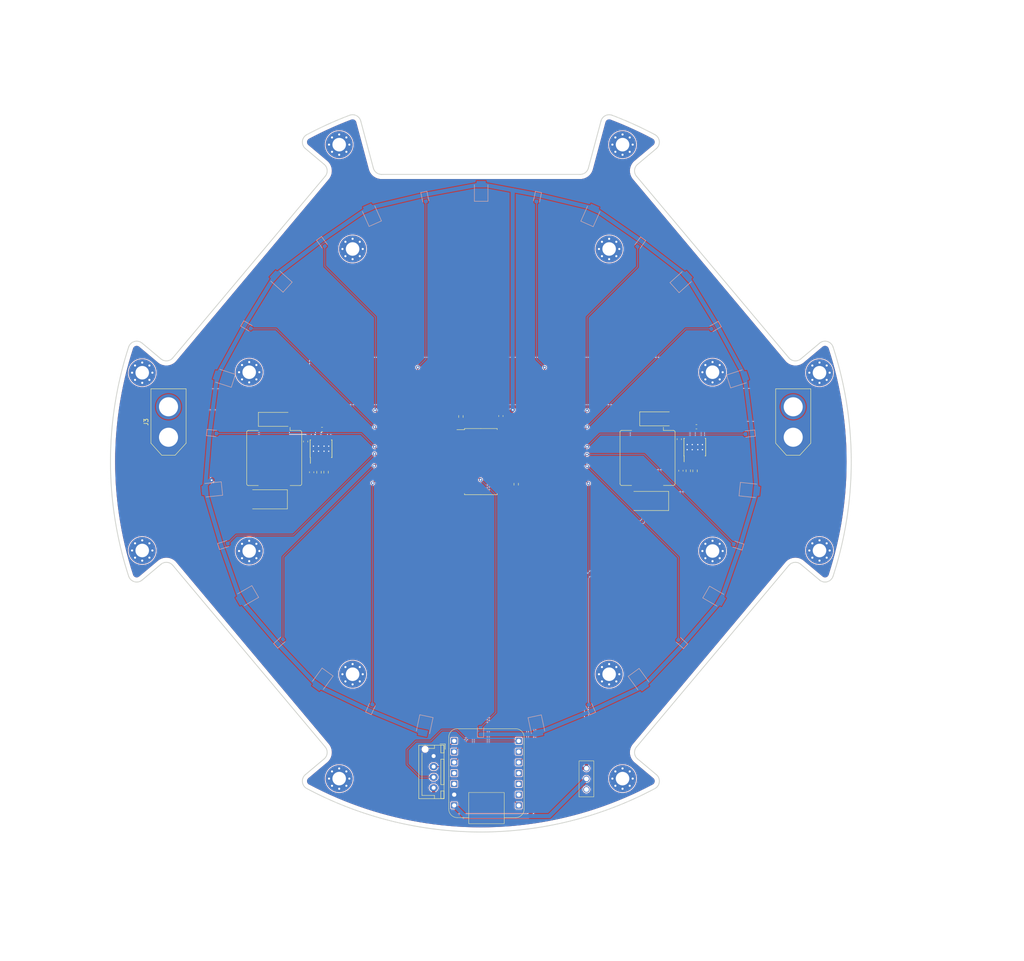
<source format=kicad_pcb>
(kicad_pcb (version 20240108) (generator "pcbnew") (generator_version "8.0")
  (layers (0 "F.Cu" signal) (31 "B.Cu" signal) (34 "B.Paste" user) (35 "F.Paste" user) (36 "B.SilkS" user "B.Silkscreen") (37 "F.SilkS" user "F.Silkscreen") (38 "B.Mask" user) (39 "F.Mask" user) (44 "Edge.Cuts" user))
  (net 0 "")
  (net 1 "+3V3")
  (net 2 "GND")
  (net 3 "Net-(U2-I3)")
  (net 4 "Net-(U2-I0)")
  (net 5 "Net-(U2-I1)")
  (net 6 "Net-(U2-I2)")
  (net 7 "Net-(U2-I4)")
  (net 8 "Net-(U2-I5)")
  (net 9 "Net-(U2-I6)")
  (net 10 "Net-(U2-I7)")
  (net 11 "Net-(U2-I8)")
  (net 12 "Net-(U2-I9)")
  (net 13 "Net-(U2-I10)")
  (net 14 "Net-(U2-I11)")
  (net 15 "Net-(U2-I12)")
  (net 16 "Net-(U2-I13)")
  (net 17 "Net-(U2-I14)")
  (net 18 "/M1")
  (net 19 "Net-(U2-~{E})")
  (net 21 "/ESP32C3 PWR")
  (net 40 "/S3")
  (net 41 "/S2")
  (net 42 "/S1")
  (net 43 "/S0")
  (net 45 "+12V")
  (net 46 "Net-(U4-BOOT)")
  (net 47 "Net-(D17-K)")
  (net 48 "Net-(U3-VSENSE)")
  (net 49 "Net-(U4-VSENSE)")
  (net 53 "+5V")
  (net 54 "Net-(U3-BOOT)")
  (net 55 "Net-(D16-K)")
  (net 60 "unconnected-(U1-D1-Pad1)")
  (net 61 "unconnected-(U1-D2-Pad2)")
  (net 190 "/RXL2")
  (net 191 "/TXL2")
  (footprint "Resistor_SMD:R_0603_1608Metric_Pad0.98x0.95mm_HandSolder" (layer "F.Cu") (at 68.44 107.49 -90)
    (property "Reference" "R19" (hide yes))
    (property "Value" "5k9" (hide yes))
  )
  (footprint "MountingHole:MountingHole_3.2mm_M3_Pad_Via" (layer "F.Cu") (at 71.53 179.89)
    (property "Reference" "H13" (hide yes))
    (property "Value" "MountingHole_Pad" (hide yes))
  )
  (footprint "MountingHole:MountingHole_3.2mm_M3_Pad_Via" (layer "F.Cu") (at 25 126)
    (property "Reference" "H10" (hide yes))
    (property "Value" "MountingHole_Pad" (hide yes))
  )
  (footprint "MountingHole:MountingHole_3.2mm_M3_Pad_Via" (layer "F.Cu") (at 185 84)
    (property "Reference" "H2" (hide yes))
    (property "Value" "MountingHole_Pad" (hide yes))
  )
  (footprint "MountingHole:MountingHole_3.2mm_M3_Pad_Via" (layer "F.Cu") (at 50.271569 126.119868)
    (property "Reference" "H11" (hide yes))
    (property "Value" "MountingHole_Pad" (hide yes))
  )
  (footprint "Capacitor_SMD:C_0603_1608Metric_Pad1.08x0.95mm_HandSolder" (layer "F.Cu") (at 65.03 107.51 90)
    (property "Reference" "C4" (hide yes))
    (property "Value" "0u1" (hide yes))
  )
  (footprint "MountingHole:MountingHole_3.2mm_M3_Pad_Via" (layer "F.Cu") (at 138.47 179.89)
    (property "Reference" "H14" (hide yes))
    (property "Value" "MountingHole_Pad" (hide yes))
  )
  (footprint "MountingHole:MountingHole_3.2mm_M3_Pad_Via" (layer "F.Cu") (at 159.728431 126.119868)
    (property "Reference" "H16" (hide yes))
    (property "Value" "MountingHole_Pad" (hide yes))
  )
  (footprint "Capacitor_Tantalum_SMD:CP_EIA-7343-15_Kemet-W_Pad2.25x2.55mm_HandSolder" (layer "F.Cu") (at 54.71 113.91 180)
    (property "Reference" "C3" (hide yes))
    (property "Value" "220u" (hide yes))
  )
  (footprint "MountingHole:MountingHole_3.2mm_M3_Pad_Via" (layer "F.Cu") (at 159.728431 83.880132)
    (property "Reference" "H3" (hide yes))
    (property "Value" "MountingHole_Pad" (hide yes))
  )
  (footprint "Inductor_SMD:L_Bourns_SRR1208_12.7x12.7mm" (layer "F.Cu") (at 144.372701 104.129248 -90)
    (property "Reference" "L2" (hide yes))
    (property "Value" "15uH" (hide yes))
  )
  (footprint "Connector_AMASS:AMASS_XT60-M_1x02_P7.20mm_Vertical" (layer "F.Cu") (at 31.21 99.25 90)
    (property "Reference" "J3")
    (property "Value" "Conn_01x02")
  )
  (footprint "Connector_JST:JST_XH_B4B-XH-AM_1x04_P2.50mm_Vertical" (layer "F.Cu") (at 93.84 174.56 -90)
    (property "Reference" "J1" (hide yes))
    (property "Value" "Conn_01x04")
  )
  (footprint "MountingHole:MountingHole_3.2mm_M3_Pad_Via" (layer "F.Cu") (at 74.697498 54.770443)
    (property "Reference" "H7" (hide yes))
    (property "Value" "MountingHole_Pad" (hide yes))
  )
  (footprint "Board:xiao-esp32c3" (layer "F.Cu") (at 106.32 178.6 180)
    (property "Reference" "U1" (hide yes))
    (property "Value" "~" (hide yes))
  )
  (footprint "MountingHole:MountingHole_3.2mm_M3_Pad_Via" (layer "F.Cu") (at 185 126)
    (property "Reference" "H1" (hide yes))
    (property "Value" "MountingHole_Pad" (hide yes))
  )
  (footprint "Connector_AMASS:AMASS_XT60-M_1x02_P7.20mm_Vertical" (layer "F.Cu") (at 178.79 99.25 90)
    (property "Reference" "J2" (hide yes))
    (property "Value" "Conn_01x02" (hide yes))
  )
  (footprint "Button_Switch_THT:SS12D00G3-2.5mm" (layer "F.Cu") (at 129.94 179.95 -90)
    (property "Reference" "SW1" (hide yes))
    (property "Value" "SW_SPDT" (hide yes))
  )
  (footprint "Resistor_SMD:R_0603_1608Metric_Pad0.98x0.95mm_HandSolder" (layer "F.Cu") (at 155.602701 107.189248 -90)
    (property "Reference" "R21" (hide yes))
    (property "Value" "3k24" (hide yes))
  )
  (footprint "MountingHole:MountingHole_3.2mm_M3_Pad_Via" (layer "F.Cu") (at 138.47 30.12)
    (property "Reference" "H5" (hide yes))
    (property "Value" "MountingHole_Pad" (hide yes))
  )
  (footprint "Resistor_SMD:R_0603_1608Metric_Pad0.98x0.95mm_HandSolder" (layer "F.Cu") (at 66.76 107.51 90)
    (property "Reference" "R18" (hide yes))
    (property "Value" "10k" (hide yes))
  )
  (footprint "MountingHole:MountingHole_3.2mm_M3_Pad_Via" (layer "F.Cu") (at 135.302502 155.229557)
    (property "Reference" "H15" (hide yes))
    (property "Value" "MountingHole_Pad" (hide yes))
  )
  (footprint "Package_SO:TI_SO-PowerPAD-8_ThermalVias" (layer "F.Cu") (at 67.25 101.95 90)
    (property "Reference" "U3" (hide yes))
    (property "Value" "TPS5430DDA" (hide yes))
  )
  (footprint "Resistor_SMD:R_0603_1608Metric_Pad0.98x0.95mm_HandSolder" (layer "F.Cu") (at 113.35 110.34 -90)
    (property "Reference" "R17" (hide yes))
    (property "Value" "10k" (hide yes))
  )
  (footprint "Capacitor_SMD:C_0603_1608Metric_Pad1.08x0.95mm_HandSolder" (layer "F.Cu") (at 109.728 94.234 90)
    (property "Reference" "C6" (hide yes))
    (property "Value" "0.1u" (hide yes))
  )
  (footprint "Capacitor_SMD:C_0603_1608Metric_Pad1.08x0.95mm_HandSolder" (layer "F.Cu") (at 67.47 97.41)
    (property "Reference" "C1" (hide yes))
    (property "Value" "10u" (hide yes))
  )
  (footprint "MountingHole:MountingHole_3.2mm_M3_Pad_Via" (layer "F.Cu") (at 71.53 30.12)
    (property "Reference" "H6" (hide yes))
    (property "Value" "MountingHole_Pad" (hide yes))
  )
  (footprint "MountingHole:MountingHole_3.2mm_M3_Pad_Via" (layer "F.Cu") (at 74.697498 155.229557)
    (property "Reference" "H12" (hide yes))
    (property "Value" "MountingHole_Pad" (hide yes))
  )
  (footprint "MountingHole:MountingHole_3.2mm_M3_Pad_Via" (layer "F.Cu") (at 25 84)
    (property "Reference" "H9" (hide yes))
    (property "Value" "MountingHole_Pad" (hide yes))
  )
  (footprint "Capacitor_SMD:C_0603_1608Metric_Pad1.08x0.95mm_HandSolder" (layer "F.Cu") (at 63.6 100.25 90)
    (property "Reference" "C2" (hide yes))
    (property "Value" "10n" (hide yes))
  )
  (footprint "MountingHole:MountingHole_3.2mm_M3_Pad_Via" (layer "F.Cu") (at 50.271569 83.880132)
    (property "Reference" "H8" (hide yes))
    (property "Value" "MountingHole_Pad" (hide yes))
  )
  (footprint "Resistor_SMD:R_0603_1608Metric_Pad0.98x0.95mm_HandSolder" (layer "F.Cu") (at 100.28 94.3375 90)
    (property "Reference" "R16" (hide yes))
    (property "Value" "3k24" (hide yes))
  )
  (footprint "MountingHole:MountingHole_3.2mm_M3_Pad_Via" (layer "F.Cu") (at 135.302502 54.770443)
    (property "Reference" "H4" (hide yes))
    (property "Value" "MountingHole_Pad" (hide yes))
  )
  (footprint "Capacitor_SMD:C_0603_1608Metric_Pad1.08x0.95mm_HandSolder" (layer "F.Cu") (at 152.252701 107.149248 90)
    (property "Reference" "C9" (hide yes))
    (property "Value" "0u1" (hide yes))
  )
  (footprint "Capacitor_Tantalum_SMD:CP_EIA-7343-15_Kemet-W_Pad2.25x2.55mm_HandSolder" (layer "F.Cu") (at 144.772701 114.299248 180)
    (property "Reference" "C8" (hide yes))
    (property "Value" "220u" (hide yes))
  )
  (footprint "Package_SO:TI_SO-PowerPAD-8_ThermalVias" (layer "F.Cu") (at 155.542701 101.579248 90)
    (property "Reference" "U4" (hide yes))
    (property "Value" "TPS5430DDA" (hide yes))
  )
  (footprint "Capacitor_SMD:C_0603_1608Metric_Pad1.08x0.95mm_HandSolder" (layer "F.Cu") (at 155.922701 96.769248)
    (property "Reference" "C5" (hide yes))
    (property "Value" "10u" (hide yes))
  )
  (footprint "Inductor_SMD:L_Bourns_SRR1208_12.7x12.7mm" (layer "F.Cu") (at 56.18 104.15 -90)
    (property "Reference" "L1" (hide yes))
    (property "Value" "15uH" (hide yes))
  )
  (footprint "Capacitor_SMD:C_0603_1608Metric_Pad1.08x0.95mm_HandSolder" (layer "F.Cu") (at 151.872701 99.699248 90)
    (property "Reference" "C7" (hide yes))
    (property "Value" "10n" (hide yes))
  )
  (footprint "Diode_SMD:D_SMA_Handsoldering" (layer "F.Cu") (at 147.032701 94.899248)
    (property "Reference" "D17" (hide yes))
    (property "Value" "SS54" (hide yes))
  )
  (footprint "Resistor_SMD:R_0603_1608Metric_Pad0.98x0.95mm_HandSolder" (layer "F.Cu") (at 154.002701 107.169248 90)
    (property "Reference" "R20" (hide yes))
    (property "Value" "10k" (hide yes))
  )
  (footprint "Diode_SMD:D_SMA_Handsoldering" (layer "F.Cu") (at 56.96 95.02)
    (property "Reference" "D16" (hide yes))
    (property "Value" "SS54" (hide yes))
  )
  (footprint "Package_SO:SOIC-24W_7.5x15.4mm_P1.27mm" (layer "F.Cu") (at 105 105)
    (property "Reference" "U2" (hide yes))
    (property "Value" "CD74HC4067M" (hide yes))
  )
  (footprint "LED_SMD:LED_0603_1608Metric" (layer "B.Cu") (at 79.051332 163.109561 66)
    (property "Reference" "R2" (hide yes))
    (property "Value" "R_Photo" (hide yes))
  )
  (footprint "LED_SMD:LED_0603_1608Metric" (layer "B.Cu") (at 67.649978 53.473014 -54)
    (property "Reference" "R7" (hide yes))
    (property "Value" "R_Photo" (hide yes))
  )
  (footprint "LED_SMD:LED_PLCC_2835_Handsoldering" (layer "B.Cu") (at 41.342759 111.615233 -174)
    (property "Reference" "D14" (hide yes))
    (property "Value" "LED" (hide yes))
  )
  (footprint "LED_SMD:LED_0603_1608Metric" (layer "B.Cu") (at 160.148857 73.240622 -150)
    (property "Reference" "R11" (hide yes))
    (property "Value" "R_Photo" (hide yes))
  )
  (footprint "LED_SMD:LED_0603_1608Metric" (layer "B.Cu") (at 41.715944 98.278192 -6)
    (property "Reference" "R5" (hide yes))
    (property "Value" "R_Photo" (hide yes))
  )
  (footprint "LED_SMD:LED_PLCC_2835_Handsoldering" (layer "B.Cu") (at 118.232988 167.61704 -78)
    (property "Reference" "D3" (hide yes))
    (property "Value" "LED" (hide yes))
  )
  (footprint "LED_SMD:LED_0603_1608Metric" (layer "B.Cu") (at 49.921143 73.119378 -30)
    (property "Reference" "R6" (hide yes))
    (property "Value" "R_Photo" (hide yes))
  )
  (footprint "LED_SMD:LED_PLCC_2835_Handsoldering" (layer "B.Cu") (at 79.03737 46.502586 114)
    (property "Reference" "D11" (hide yes))
    (property "Value" "LED" (hide yes))
  )
  (footprint "LED_SMD:LED_PLCC_2835_Handsoldering" (layer "B.Cu") (at 142.55758 156.821171 -54)
    (property "Reference" "D4" (hide yes))
    (property "Value" "LED" (hide yes))
  )
  (footprint "LED_SMD:LED_PLCC_2835_Handsoldering" (layer "B.Cu") (at 152.611453 62.231377 42)
    (property "Reference" "D8" (hide yes))
    (property "Value" "LED" (hide yes))
  )
  (footprint "LED_SMD:LED_0603_1608Metric" (layer "B.Cu") (at 152.246898 147.635492 138)
    (property "Reference" "R14" (hide yes))
    (property "Value" "R_Photo" (hide yes))
  )
  (footprint "LED_SMD:LED_0603_1608Metric" (layer "B.Cu") (at 57.659424 147.531452 42)
    (property "Reference" "R3" (hide yes))
    (property "Value" "R_Photo" (hide yes))
  )
  (footprint "LED_SMD:LED_PLCC_2835_Handsoldering" (layer "B.Cu") (at 44.155559 85.151584 162)
    (property "Reference" "D13" (hide yes))
    (property "Value" "LED" (hide yes))
  )
  (footprint "LED_SMD:LED_PLCC_2835_Handsoldering" (layer "B.Cu") (at 131.099661 46.563596 66)
    (property "Reference" "D9" (hide yes))
    (property "Value" "LED" (hide yes))
  )
  (footprint "LED_SMD:LED_PLCC_2835_Handsoldering" (layer "B.Cu") (at 105.075 41 90)
    (property "Reference" "D10" (hide yes))
    (property "Value" "LED" (hide yes))
  )
  (footprint "LED_SMD:LED_PLCC_2835_Handsoldering" (layer "B.Cu") (at 168.641562 111.76441 -6)
    (property "Reference" "D6" (hide yes))
    (property "Value" "LED" (hide yes))
  )
  (footprint "LED_SMD:LED_0603_1608Metric" (layer "B.Cu") (at 44.453132 124.599268 18)
    (property "Reference" "R4" (hide yes))
    (property "Value" "R_Photo" (hide yes))
  )
  (footprint "LED_SMD:LED_PLCC_2835_Handsoldering" (layer "B.Cu") (at 49.536874 136.935048 -150)
    (property "Reference" "D15" (hide yes))
    (property "Value" "LED" (hide yes))
  )
  (footprint "LED_SMD:LED_PLCC_2835_Handsoldering" (layer "B.Cu") (at 91.620291 167.585853 -102)
    (property "Reference" "D2" (hide yes))
    (property "Value" "LED" (hide yes))
  )
  (footprint "LED_SMD:LED_0603_1608Metric" (layer "B.Cu") (at 165.503606 124.732415 162)
    (property "Reference" "R13" (hide yes))
    (property "Value" "R_Photo" (hide yes))
  )
  (footprint "LED_SMD:LED_0603_1608Metric" (layer "B.Cu") (at 91.83697 42.736133 -78)
    (property "Reference" "R8" (hide yes))
    (property "Value" "R_Photo" (hide yes))
  )
  (footprint "LED_SMD:LED_0603_1608Metric" (layer "B.Cu") (at 142.463285 53.555303 -126)
    (property "Reference" "R10" (hide yes))
    (property "Value" "R_Photo" (hide yes))
  )
  (footprint "LED_SMD:LED_0603_1608Metric" (layer "B.Cu") (at 118.29997 42.765241 -102)
    (property "Reference" "R9" (hide yes))
    (property "Value" "R_Photo" (hide yes))
  )
  (footprint "LED_SMD:LED_0603_1608Metric" (layer "B.Cu") (at 104.93 168.64 90)
    (property "Reference" "R1" (hide yes))
    (property "Value" "R_Photo" (hide yes))
  )
  (footprint "LED_SMD:LED_PLCC_2835_Handsoldering" (layer "B.Cu") (at 67.321068 156.733004 -126)
    (property "Reference" "D1" (hide yes))
    (property "Value" "LED" (hide yes))
  )
  (footprint "LED_SMD:LED_PLCC_2835_Handsoldering" (layer "B.Cu") (at 160.388126 137.064951 -30)
    (property "Reference" "D5" (hide yes))
    (property "Value" "LED" (hide yes))
  )
  (footprint "LED_SMD:LED_PLCC_2835_Handsoldering" (layer "B.Cu") (at 165.890793 85.294241 18)
    (property "Reference" "D7" (hide yes))
    (property "Value" "LED" (hide yes))
  )
  (footprint "LED_SMD:LED_PLCC_2835_Handsoldering" (layer "B.Cu") (at 57.488916 62.119906 138)
    (property "Reference" "D12" (hide yes))
    (property "Value" "LED" (hide yes))
  )
  (footprint "LED_SMD:LED_0603_1608Metric" (layer "B.Cu") (at 168.29869 98.417425 -174)
    (property "Reference" "R12" (hide yes))
    (property "Value" "R_Photo" (hide yes))
  )
  (footprint "LED_SMD:LED_0603_1608Metric" (layer "B.Cu") (at 130.820772 163.166504 114)
    (property "Reference" "R15" (hide yes))
    (property "Value" "R_Photo" (hide yes))
  )
  (gr_arc (start 81.534654 37.147451) (mid 80.317165 36.734136) (end 79.602802 35.665089) (stroke (width 0.2)) (layer "Edge.Cuts"))
  (gr_line (start 177.770231 80.48993) (end 141.774125 37.591442) (stroke (width 0.2)) (layer "Edge.Cuts"))
  (gr_arc (start 142.020638 175.226223) (mid 141.31382 173.868444) (end 141.774125 172.408558) (stroke (width 0.2)) (layer "Edge.Cuts"))
  (gr_arc (start 177.770231 129.51007) (mid 179.128003 128.803254) (end 180.587895 129.263556) (stroke (width 0.2)) (layer "Edge.Cuts"))
  (gr_line (start 79.602802 35.665089) (end 76.620669 24.535616) (stroke (width 0.2)) (layer "Edge.Cuts"))
  (gr_arc (start 133.379331 24.535616) (mid 134.399538 23.273135) (end 136.020216 23.183155) (stroke (width 0.2)) (layer "Edge.Cuts"))
  (gr_line (start 133.379331 24.535616) (end 130.397198 35.665089) (stroke (width 0.2)) (layer "Edge.Cuts"))
  (gr_line (start 24.979868 132.982645) (end 29.412105 129.263556) (stroke (width 0.2)) (layer "Edge.Cuts"))
  (gr_arc (start 146.106887 182.242954) (mid 105 192.5) (end 63.893113 182.242954) (stroke (width 0.2)) (layer "Edge.Cuts"))
  (gr_arc (start 63.893113 27.757046) (mid 68.864009 25.310351) (end 73.979784 23.183155) (stroke (width 0.2)) (layer "Edge.Cuts"))
  (gr_arc (start 29.412105 129.263556) (mid 30.871999 128.803231) (end 32.229769 129.51007) (stroke (width 0.2)) (layer "Edge.Cuts"))
  (gr_line (start 146.452876 178.945311) (end 142.020638 175.226223) (stroke (width 0.2)) (layer "Edge.Cuts"))
  (gr_line (start 29.412105 80.736444) (end 24.979868 77.017355) (stroke (width 0.2)) (layer "Edge.Cuts"))
  (gr_line (start 185.020132 77.017355) (end 180.587895 80.736444) (stroke (width 0.2)) (layer "Edge.Cuts"))
  (gr_arc (start 73.979784 23.183155) (mid 75.600465 23.273128) (end 76.620669 24.535616) (stroke (width 0.2)) (layer "Edge.Cuts"))
  (gr_arc (start 32.229769 80.48993) (mid 30.871997 81.196746) (end 29.412105 80.736444) (stroke (width 0.2)) (layer "Edge.Cuts"))
  (gr_arc (start 141.774125 37.591442) (mid 141.313845 36.131567) (end 142.020638 34.773777) (stroke (width 0.2)) (layer "Edge.Cuts"))
  (gr_line (start 142.020638 34.773777) (end 146.452876 31.054689) (stroke (width 0.2)) (layer "Edge.Cuts"))
  (gr_line (start 141.774125 172.408558) (end 177.770231 129.51007) (stroke (width 0.2)) (layer "Edge.Cuts"))
  (gr_arc (start 146.106887 27.757046) (mid 147.156383 29.313905) (end 146.452876 31.054689) (stroke (width 0.2)) (layer "Edge.Cuts"))
  (gr_arc (start 185.020132 77.017355) (mid 186.856634 76.626817) (end 188.207595 77.930718) (stroke (width 0.2)) (layer "Edge.Cuts"))
  (gr_line (start 128.465346 37.147451) (end 81.534654 37.147451) (stroke (width 0.2)) (layer "Edge.Cuts"))
  (gr_arc (start 67.979362 34.773777) (mid 68.686205 36.131563) (end 68.225875 37.591442) (stroke (width 0.2)) (layer "Edge.Cuts"))
  (gr_arc (start 24.979868 132.982645) (mid 23.143375 133.373184) (end 21.792405 132.069282) (stroke (width 0.2)) (layer "Edge.Cuts"))
  (gr_line (start 68.225875 37.591442) (end 32.229769 80.48993) (stroke (width 0.2)) (layer "Edge.Cuts"))
  (gr_line (start 32.229769 129.51007) (end 68.225875 172.408558) (stroke (width 0.2)) (layer "Edge.Cuts"))
  (gr_arc (start 21.792405 77.930718) (mid 23.143367 76.626786) (end 24.979868 77.017355) (stroke (width 0.2)) (layer "Edge.Cuts"))
  (gr_arc (start 180.587895 80.736444) (mid 179.128001 81.196769) (end 177.770231 80.48993) (stroke (width 0.2)) (layer "Edge.Cuts"))
  (gr_line (start 180.587895 129.263556) (end 185.020132 132.982645) (stroke (width 0.2)) (layer "Edge.Cuts"))
  (gr_arc (start 188.207595 132.069282) (mid 186.856633 133.373214) (end 185.020132 132.982645) (stroke (width 0.2)) (layer "Edge.Cuts"))
  (gr_line (start 67.979362 175.226223) (end 63.547124 178.945311) (stroke (width 0.2)) (layer "Edge.Cuts"))
  (gr_line (start 63.547124 31.054689) (end 67.979362 34.773777) (stroke (width 0.2)) (layer "Edge.Cuts"))
  (gr_arc (start 146.452876 178.945311) (mid 147.156382 180.686095) (end 146.106887 182.242954) (stroke (width 0.2)) (layer "Edge.Cuts"))
  (gr_arc (start 68.225875 172.408558) (mid 68.686155 173.868433) (end 67.979362 175.226223) (stroke (width 0.2)) (layer "Edge.Cuts"))
  (gr_arc (start 21.792405 132.069282) (mid 17.500001 105) (end 21.792405 77.930718) (stroke (width 0.2)) (layer "Edge.Cuts"))
  (gr_arc (start 136.020216 23.183155) (mid 141.135991 25.310352) (end 146.106887 27.757046) (stroke (width 0.2)) (layer "Edge.Cuts"))
  (gr_arc (start 188.207595 77.930718) (mid 192.499999 105) (end 188.207595 132.069282) (stroke (width 0.2)) (layer "Edge.Cuts"))
  (gr_arc (start 63.547124 31.054689) (mid 62.843618 29.313905) (end 63.893113 27.757046) (stroke (width 0.2)) (layer "Edge.Cuts"))
  (gr_arc (start 63.893113 182.242954) (mid 62.843617 180.686095) (end 63.547124 178.945311) (stroke (width 0.2)) (layer "Edge.Cuts"))
  (gr_arc (start 130.397198 35.665089) (mid 129.682884 36.7342) (end 128.465346 37.147451) (stroke (width 0.2)) (layer "Edge.Cuts"))
  (segment (start 41.64 109.15) (end 41.395 109.395) (width 1) (layer "F.Cu") (net 1))
  (segment (start 57.91 113.91) (end 57.91 110.88) (width 1) (layer "F.Cu") (net 1))
  (segment (start 64.2525 109.15) (end 65.03 108.3725) (width 1) (layer "F.Cu") (net 1))
  (segment (start 41.395 109.395) (end 41.35 109.44) (width 1) (layer "F.Cu") (net 1))
  (segment (start 65.03 108.3725) (end 66.71 108.3725) (width 1) (layer "F.Cu") (net 1))
  (segment (start 109.728 95.0965) (end 110.203 95.0965) (width 1) (layer "F.Cu") (net 1))
  (segment (start 110.203 95.0965) (end 112.52 92.7795) (width 1) (layer "F.Cu") (net 1))
  (segment (start 56.18 109.15) (end 64.2525 109.15) (width 1) (layer "F.Cu") (net 1))
  (segment (start 56.18 109.15) (end 41.64 109.15) (width 1) (layer "F.Cu") (net 1))
  (segment (start 109.728 95.0965) (end 109.728 97.937) (width 1) (layer "F.Cu") (net 1))
  (segment (start 109.728 97.937) (end 109.65 98.015) (width 1) (layer "F.Cu") (net 1))
  (via (at 112.52 92.7795) (size 0.8) (drill 0.4) (layers "F.Cu" "B.Cu") (net 1))
  (via (at 41.395 109.395) (size 0.8) (drill 0.4) (layers "F.Cu" "B.Cu") (net 1))
  (segment (start 118.4637 41.99495) (end 131.719934 45.170439) (width 1) (layer "B.Cu") (net 1))
  (segment (start 46.110286 78.450286) (end 42.705198 84.680333) (width 1) (layer "B.Cu") (net 1))
  (segment (start 108.5 40.119635) (end 105.075 39.475) (width 1) (layer "B.Cu") (net 1))
  (segment (start 153.744749 61.210953) (end 142.926166 52.918202) (width 1) (layer "B.Cu") (net 1))
  (segment (start 39.826113 110.668579) (end 39.826113 111.774639) (width 1) (layer "B.Cu") (net 1))
  (segment (start 43.704175 124.842619) (end 48.216185 137.697548) (width 1) (layer "B.Cu") (net 1))
  (segment (start 67.187097 52.835913) (end 56.35562 61.099482) (width 1) (layer "B.Cu") (net 1))
  (segment (start 39.540752 112.06) (end 39.826113 111.774639) (width 1) (layer "B.Cu") (net 1))
  (segment (start 118.231268 169.4275) (end 118.550053 169.108715) (width 1) (layer "B.Cu") (net 1))
  (segment (start 78.417097 45.109429) (end 67.187097 52.835913) (width 1) (layer "B.Cu") (net 1))
  (segment (start 42.705198 84.680333) (end 40.932758 98.195876) (width 1) (layer "B.Cu") (net 1))
  (segment (start 39.826113 111.774639) (end 43.704175 124.842619) (width 1) (layer "B.Cu") (net 1))
  (segment (start 131.141077 163.885921) (end 143.453953 158.054922) (width 1) (layer "B.Cu") (net 1))
  (segment (start 160.830852 72.846872) (end 153.744749 61.210953) (width 1) (layer "B.Cu") (net 1))
  (segment (start 170.158208 111.923816) (end 169.081876 98.335109) (width 1) (layer "B.Cu") (net 1))
  (segment (start 161.708815 137.827451) (end 166.252563 124.975766) (width 1) (layer "B.Cu") (net 1))
  (segment (start 112.52 92.7795) (end 112.52 40.892494) (width 1) (layer "B.Cu") (net 1))
  (segment (start 142.926166 52.918202) (end 131.719934 45.170439) (width 1) (layer "B.Cu") (net 1))
  (segment (start 41.395 109.395) (end 41.099692 109.395) (width 1) (layer "B.Cu") (net 1))
  (segment (start 112.5 40.872494) (end 108.5 40.119635) (width 1) (layer "B.Cu") (net 1))
  (segment (start 112.52 40.892494) (end 112.5 40.872494) (width 1) (layer "B.Cu") (net 1))
  (segment (start 48.216185 137.697548) (end 57.074197 148.058392) (width 1) (layer "B.Cu") (net 1))
  (segment (start 118.4637 41.99495) (end 112.5 40.872494) (width 1) (layer "B.Cu") (net 1))
  (segment (start 169.081876 98.335109) (end 167.341154 84.82299) (width 1) (layer "B.Cu") (net 1))
  (segment (start 118.550053 169.108715) (end 131.141077 163.885921) (width 1) (layer "B.Cu") (net 1))
  (segment (start 152.832125 148.162432) (end 161.708815 137.827451) (width 1) (layer "B.Cu") (net 1))
  (segment (start 78.731027 163.828978) (end 91.303226 169.077528) (width 1) (layer "B.Cu") (net 1))
  (segment (start 57.074197 148.058392) (end 66.424695 157.966755) (width 1) (layer "B.Cu") (net 1))
  (segment (start 91.67324 41.965842) (end 78.417097 45.109429) (width 1) (layer "B.Cu") (net 1))
  (segment (start 40.932758 98.195876) (end 39.826113 111.774639) (width 1) (layer "B.Cu") (net 1))
  (segment (start 66.424695 157.966755) (end 78.731027 163.828978) (width 1) (layer "B.Cu") (net 1))
  (segment (start 167.341154 84.82299) (end 160.830852 72.846872) (width 1) (layer "B.Cu") (net 1))
  (segment (start 41.099692 109.395) (end 39.826113 110.668579) (width 1) (layer "B.Cu") (net 1))
  (segment (start 56.35562 61.099482) (end 49.239148 72.725628) (width 1) (layer "B.Cu") (net 1))
  (segment (start 166.252563 124.975766) (end 170.158208 111.923816) (width 1) (layer "B.Cu") (net 1))
  (segment (start 143.453953 158.054922) (end 152.832125 148.162432) (width 1) (layer "B.Cu") (net 1))
  (segment (start 105.075 39.475) (end 91.67324 41.965842) (width 1) (layer "B.Cu") (net 1))
  (segment (start 49.239148 72.725628) (end 46.110286 78.450286) (width 1) (layer "B.Cu") (net 1))
  (segment (start 40.932758 97.718259) (end 40.932758 98.195876) (width 1) (layer "B.Cu") (net 1))
  (segment (start 104.93 169.4275) (end 118.231268 169.4275) (width 1) (layer "B.Cu") (net 1))
  (segment (start 80.931738 104.231853) (end 100.306738 104.231853) (width 0.25) (layer "F.Cu") (net 3))
  (segment (start 79.876738 103.176853) (end 80.931738 104.231853) (width 0.25) (layer "F.Cu") (net 3))
  (via (at 79.876738 103.176853) (size 0.8) (drill 0.4) (layers "F.Cu" "B.Cu") (net 3))
  (segment (start 79.876738 103.176853) (end 79.866738 103.146853) (width 0.25) (layer "B.Cu") (net 3))
  (segment (start 60.703591 122.35) (end 79.876738 103.176853) (width 0.25) (layer "B.Cu") (net 3))
  (segment (start 45.202089 124.355917) (end 47.208006 122.35) (width 0.25) (layer "B.Cu") (net 3))
  (segment (start 47.208006 122.35) (end 60.703591 122.35) (width 0.25) (layer "B.Cu") (net 3))
  (segment (start 103.815 108.175) (end 100.35 108.175) (width 0.25) (layer "F.Cu") (net 4))
  (segment (start 104.93 109.29) (end 103.815 108.175) (width 0.25) (layer "F.Cu") (net 4))
  (via (at 104.93 109.29) (size 0.8) (drill 0.4) (layers "F.Cu" "B.Cu") (net 4))
  (segment (start 104.93 167.8525) (end 108.525 164.2575) (width 0.25) (layer "B.Cu") (net 4))
  (segment (start 108.525 112.885) (end 104.93 109.29) (width 0.25) (layer "B.Cu") (net 4))
  (segment (start 108.525 164.2575) (end 108.525 112.885) (width 0.25) (layer "B.Cu") (net 4))
  (segment (start 79.452104 110.083057) (end 82.687104 106.848057) (width 0.25) (layer "F.Cu") (net 5))
  (segment (start 82.687104 106.848057) (end 100.222104 106.848057) (width 0.25) (layer "F.Cu") (net 5))
  (via (at 79.452104 110.083057) (size 0.8) (drill 0.4) (layers "F.Cu" "B.Cu") (net 5))
  (segment (start 79.422104 110.083057) (end 79.452104 110.083057) (width 0.25) (layer "B.Cu") (net 5))
  (segment (start 79.371637 162.390144) (end 79.371637 110.133524) (width 0.25) (layer "B.Cu") (net 5))
  (segment (start 79.452104 110.083057) (end 79.452104 110.053057) (width 0.25) (layer "B.Cu") (net 5))
  (segment (start 79.371637 110.133524) (end 79.422104 110.083057) (width 0.25) (layer "B.Cu") (net 5))
  (segment (start 79.452104 110.053057) (end 79.472104 110.033057) (width 0.25) (layer "B.Cu") (net 5))
  (segment (start 79.806322 105.98596) (end 80.261322 105.53096) (width 0.25) (layer "F.Cu") (net 6))
  (segment (start 80.261322 105.53096) (end 100.256322 105.53096) (width 0.25) (layer "F.Cu") (net 6))
  (via (at 79.806322 105.98596) (size 0.8) (drill 0.4) (layers "F.Cu" "B.Cu") (net 6))
  (segment (start 58.244651 147.004512) (end 58.244651 127.507631) (width 0.25) (layer "B.Cu") (net 6))
  (segment (start 58.244651 127.507631) (end 79.766322 105.98596) (width 0.25) (layer "B.Cu") (net 6))
  (segment (start 79.766322 105.98596) (end 79.806322 105.98596) (width 0.25) (layer "B.Cu") (net 6))
  (segment (start 79.806322 105.94596) (end 79.816322 105.93596) (width 0.25) (layer "B.Cu") (net 6))
  (segment (start 79.806322 105.98596) (end 79.806322 105.94596) (width 0.25) (layer "B.Cu") (net 6))
  (segment (start 79.9 101.49) (end 81.505 103.095) (width 0.25) (layer "F.Cu") (net 7))
  (segment (start 81.505 103.095) (end 100.35 103.095) (width 0.25) (layer "F.Cu") (net 7))
  (via (at 79.9 101.49) (size 0.8) (drill 0.4) (layers "F.Cu" "B.Cu") (net 7))
  (segment (start 79.9 101.54) (end 79.8 101.44) (width 0.25) (layer "B.Cu") (net 7))
  (segment (start 79.9 101.49) (end 79.9 101.54) (width 0.25) (layer "B.Cu") (net 7))
  (segment (start 79.85 101.49) (end 76.720508 98.360508) (width 0.25) (layer "B.Cu") (net 7))
  (segment (start 79.9 101.49) (end 79.85 101.49) (width 0.25) (layer "B.Cu") (net 7))
  (segment (start 76.720508 98.360508) (end 42.49913 98.360508) (width 0.25) (layer "B.Cu") (net 7))
  (segment (start 84.865 101.825) (end 100.35 101.825) (width 0.25) (layer "F.Cu") (net 8))
  (segment (start 79.87 96.83) (end 84.865 101.825) (width 0.25) (layer "F.Cu") (net 8))
  (via (at 79.87 96.83) (size 0.8) (drill 0.4) (layers "F.Cu" "B.Cu") (net 8))
  (segment (start 79.87 96.83) (end 79.87 96.88) (width 0.25) (layer "B.Cu") (net 8))
  (segment (start 79.82 96.83) (end 56.624372 73.634372) (width 0.25) (layer "B.Cu") (net 8))
  (segment (start 50.533138 73.634372) (end 56.624372 73.634372) (width 0.25) (layer "B.Cu") (net 8))
  (segment (start 79.87 96.88) (end 79.87 96.88) (width 0.25) (layer "B.Cu") (net 8))
  (segment (start 79.87 96.83) (end 79.82 96.83) (width 0.25) (layer "B.Cu") (net 8))
  (segment (start 87.598263 100.472711) (end 100.463263 100.472711) (width 0.25) (layer "F.Cu") (net 9))
  (segment (start 79.993263 92.867711) (end 87.598263 100.472711) (width 0.25) (layer "F.Cu") (net 9))
  (via (at 79.993263 92.867711) (size 0.8) (drill 0.4) (layers "F.Cu" "B.Cu") (net 9))
  (segment (start 80.095202 70.835202) (end 80.095202 92.898806) (width 0.25) (layer "B.Cu") (net 9))
  (segment (start 68.112859 54.110115) (end 68.112859 58.903703) (width 0.25) (layer "B.Cu") (net 9))
  (segment (start 80.003263 92.857711) (end 79.993263 92.867711) (width 0.25) (layer "B.Cu") (net 9))
  (segment (start 79.993263 92.867711) (end 80.003263 92.877711) (width 0.25) (layer "B.Cu") (net 9))
  (segment (start 68.204798 58.944798) (end 80.095202 70.835202) (width 0.25) (layer "B.Cu") (net 9))
  (segment (start 80.003263 92.877711) (end 80.003263 92.917711) (width 0.25) (layer "B.Cu") (net 9))
  (segment (start 90.08 90.04) (end 99.325 99.285) (width 0.25) (layer "F.Cu") (net 10))
  (segment (start 99.325 99.285) (end 100.35 99.285) (width 0.25) (layer "F.Cu") (net 10))
  (segment (start 90.08 82.74) (end 90.08 90.04) (width 0.25) (layer "F.Cu") (net 10))
  (via (at 90.08 82.74) (size 0.8) (drill 0.4) (layers "F.Cu" "B.Cu") (net 10))
  (segment (start 92.0007 80.7793) (end 90.08 82.7) (width 0.25) (layer "B.Cu") (net 10))
  (segment (start 90.08 82.74) (end 90.04 82.74) (width 0.25) (layer "B.Cu") (net 10))
  (segment (start 90.04 82.74) (end 90.03 82.75) (width 0.25) (layer "B.Cu") (net 10))
  (segment (start 90.08 82.7) (end 90.08 82.74) (width 0.25) (layer "B.Cu") (net 10))
  (segment (start 92.0007 43.506424) (end 92.0007 80.7793) (width 0.25) (layer "B.Cu") (net 10))
  (segment (start 110.782832 99.285) (end 109.65 99.285) (width 0.25) (layer "F.Cu") (net 11))
  (segment (start 120.05694 90.069108) (end 110.81194 99.314108) (width 0.25) (layer "F.Cu") (net 11))
  (segment (start 110.81194 99.314108) (end 110.782832 99.285) (width 0.25) (layer "F.Cu") (net 11))
  (segment (start 120.05694 82.769108) (end 120.05694 90.069108) (width 0.25) (layer "F.Cu") (net 11))
  (via (at 120.05694 82.769108) (size 0.8) (drill 0.4) (layers "F.Cu" "B.Cu") (net 11))
  (segment (start 120.09694 82.769108) (end 120.10694 82.779108) (width 0.25) (layer "B.Cu") (net 11))
  (segment (start 118.13624 43.535532) (end 118.13624 80.808408) (width 0.25) (layer "B.Cu") (net 11))
  (segment (start 120.05694 82.769108) (end 120.09694 82.769108) (width 0.25) (layer "B.Cu") (net 11))
  (segment (start 118.13624 80.808408) (end 120.05694 82.729108) (width 0.25) (layer "B.Cu") (net 11))
  (segment (start 120.05694 82.729108) (end 120.05694 82.769108) (width 0.25) (layer "B.Cu") (net 11))
  (segment (start 122.515 100.555) (end 109.65 100.555) (width 0.25) (layer "F.Cu") (net 12))
  (segment (start 130.12 92.95) (end 122.515 100.555) (width 0.25) (layer "F.Cu") (net 12))
  (via (at 130.12 92.95) (size 0.8) (drill 0.4) (layers "F.Cu" "B.Cu") (net 12))
  (segment (start 130.11 92.94) (end 130.12 92.95) (width 0.25) (layer "B.Cu") (net 12))
  (segment (start 130.12 92.95) (end 130.11 92.96) (width 0.25) (layer "B.Cu") (net 12))
  (segment (start 130.11 70.876396) (end 130.11 92.94) (width 0.25) (layer "B.Cu") (net 12))
  (segment (start 130.11 92.96) (end 130.11 93) (width 0.25) (layer "B.Cu") (net 12))
  (segment (start 142.000404 58.985992) (end 130.11 70.876396) (width 0.25) (layer "B.Cu") (net 12))
  (segment (start 142.000404 54.192404) (end 142.000404 58.985992) (width 0.25) (layer "B.Cu") (net 12))
  (segment (start 130.13 96.83) (end 125.135 101.825) (width 0.25) (layer "F.Cu") (net 13))
  (segment (start 125.135 101.825) (end 109.65 101.825) (width 0.25) (layer "F.Cu") (net 13))
  (via (at 130.13 96.83) (size 0.8) (drill 0.4) (layers "F.Cu" "B.Cu") (net 13))
  (segment (start 159.466862 73.634372) (end 153.375628 73.634372) (width 0.25) (layer "B.Cu") (net 13))
  (segment (start 153.375628 73.634372) (end 130.18 96.83) (width 0.25) (layer "B.Cu") (net 13))
  (segment (start 130.18 96.83) (end 130.13 96.83) (width 0.25) (layer "B.Cu") (net 13))
  (segment (start 130.13 96.83) (end 130.13 96.88) (width 0.25) (layer "B.Cu") (net 13))
  (segment (start 130.13 96.88) (end 130.13 96.88) (width 0.25) (layer "B.Cu") (net 13))
  (segment (start 130.1 101.49) (end 128.495 103.095) (width 0.25) (layer "F.Cu") (net 14))
  (segment (start 128.495 103.095) (end 109.65 103.095) (width 0.25) (layer "F.Cu") (net 14))
  (via (at 130.1 101.49) (size 0.8) (drill 0.4) (layers "F.Cu" "B.Cu") (net 14))
  (segment (start 130.1 101.54) (end 130.2 101.44) (width 0.25) (layer "B.Cu") (net 14))
  (segment (start 130.15 101.49) (end 130.1 101.49) (width 0.25) (layer "B.Cu") (net 14))
  (segment (start 167.515504 98.499741) (end 133.140259 98.499741) (width 0.25) (layer "B.Cu") (net 14))
  (segment (start 133.140259 98.499741) (end 130.15 101.49) (width 0.25) (layer "B.Cu") (net 14))
  (segment (start 130.1 101.49) (end 130.1 101.54) (width 0.25) (layer "B.Cu") (net 14))
  (segment (start 130.08 103.31) (end 129.025 104.365) (width 0.25) (layer "F.Cu") (net 15))
  (segment (start 129.025 104.365) (end 109.65 104.365) (width 0.25) (layer "F.Cu") (net 15))
  (via (at 130.08 103.31) (size 0.8) (drill 0.4) (layers "F.Cu" "B.Cu") (net 15))
  (segment (start 130.08 103.31) (end 130.09 103.28) (width 0.25) (layer "B.Cu") (net 15))
  (segment (start 164.754649 124.489064) (end 143.545585 103.28) (width 0.25) (layer "B.Cu") (net 15))
  (segment (start 143.545585 103.28) (end 130.08 103.31) (width 0.25) (layer "B.Cu") (net 15))
  (segment (start 129.645 105.635) (end 109.65 105.635) (width 0.25) (layer "F.Cu") (net 16))
  (segment (start 130.1 106.09) (end 129.645 105.635) (width 0.25) (layer "F.Cu") (net 16))
  (via (at 130.1 106.09) (size 0.8) (drill 0.4) (layers "F.Cu" "B.Cu") (net 16))
  (segment (start 130.14 106.09) (end 130.1 106.09) (width 0.25) (layer "B.Cu") (net 16))
  (segment (start 130.1 106.05) (end 130.09 106.04) (width 0.25) (layer "B.Cu") (net 16))
  (segment (start 151.661671 127.611671) (end 130.14 106.09) (width 0.25) (layer "B.Cu") (net 16))
  (segment (start 151.661671 147.108552) (end 151.661671 127.611671) (width 0.25) (layer "B.Cu") (net 16))
  (segment (start 130.1 106.09) (end 130.1 106.05) (width 0.25) (layer "B.Cu") (net 16))
  (segment (start 127.185 106.905) (end 109.65 106.905) (width 0.25) (layer "F.Cu") (net 17))
  (segment (start 130.42 110.14) (end 127.185 106.905) (width 0.25) (layer "F.Cu") (net 17))
  (via (at 130.42 110.14) (size 0.8) (drill 0.4) (layers "F.Cu" "B.Cu") (net 17))
  (segment (start 130.500467 162.447087) (end 130.500467 110.190467) (width 0.25) (layer "B.Cu") (net 17))
  (segment (start 130.45 110.14) (end 130.42 110.14) (width 0.25) (layer "B.Cu") (net 17))
  (segment (start 130.42 110.14) (end 130.42 110.11) (width 0.25) (layer "B.Cu") (net 17))
  (segment (start 130.42 110.11) (end 130.4 110.09) (width 0.25) (layer "B.Cu") (net 17))
  (segment (start 130.500467 110.190467) (end 130.45 110.14) (width 0.25) (layer "B.Cu") (net 17))
  (segment (start 100.28 97.945) (end 100.35 98.015) (width 1) (layer "F.Cu") (net 18))
  (segment (start 101.375 98.015) (end 106.73 103.37) (width 0.25) (layer "F.Cu") (net 18))
  (segment (start 100.35 98.015) (end 101.375 98.015) (width 0.25) (layer "F.Cu") (net 18))
  (segment (start 106.73 103.37) (end 106.73 179.01) (width 0.25) (layer "F.Cu") (net 18))
  (segment (start 100.28 95.25) (end 100.28 97.945) (width 0.25) (layer "F.Cu") (net 18))
  (segment (start 106.73 179.01) (end 113.94 186.22) (width 0.25) (layer "F.Cu") (net 18))
  (segment (start 113.64 186.22) (end 113.94 186.22) (width 0.25) (layer "F.Cu") (net 18))
  (segment (start 113.35 109.4275) (end 109.6675 109.4275) (width 0.25) (layer "F.Cu") (net 19))
  (segment (start 109.6675 109.4275) (end 109.65 109.445) (width 0.25) (layer "F.Cu") (net 19))
  (segment (start 121.16 188.73) (end 129.94 179.95) (width 1) (layer "B.Cu") (net 21))
  (segment (start 98.7 186.22) (end 101.21 188.73) (width 1) (layer "B.Cu") (net 21))
  (segment (start 101.21 188.73) (end 121.16 188.73) (width 1) (layer "B.Cu") (net 21))
  (segment (start 116.05 118.385) (end 109.65 111.985) (width 0.25) (layer "F.Cu") (net 40))
  (segment (start 113.94 173.52) (end 116.05 171.41) (width 0.25) (layer "F.Cu") (net 40))
  (segment (start 116.05 171.41) (end 116.05 118.385) (width 0.25) (layer "F.Cu") (net 40))
  (segment (start 117.74 118.378248) (end 110.076752 110.715) (width 0.25) (layer "F.Cu") (net 41))
  (segment (start 110.076752 110.715) (end 109.65 110.715) (width 0.25) (layer "F.Cu") (net 41))
  (segment (start 117.74 172.26) (end 117.74 118.378248) (width 0.25) (layer "F.Cu") (net 41))
  (segment (start 113.94 176.06) (end 117.74 172.26) (width 0.25) (layer "F.Cu") (net 41))
  (segment (start 100.35 110.715) (end 101.375 110.715) (width 0.25) (layer "F.Cu") (net 42))
  (segment (start 101.325 110.715) (end 100.35 110.715) (width 0.25) (layer "F.Cu") (net 42))
  (segment (start 101.7 111.09) (end 101.325 110.715) (width 0.25) (layer "F.Cu") (net 42))
  (segment (start 98.7 173.52) (end 101.7 170.52) (width 0.25) (layer "F.Cu") (net 42))
  (segment (start 101.7 170.52) (end 101.7 111.09) (width 0.25) (layer "F.Cu") (net 42))
  (segment (start 103.21 171.55) (end 103.21 111.28) (width 0.25) (layer "F.Cu") (net 43))
  (segment (start 103.21 111.28) (end 101.375 109.445) (width 0.25) (layer "F.Cu") (net 43))
  (segment (start 98.7 176.06) (end 103.21 171.55) (width 0.25) (layer "F.Cu") (net 43))
  (segment (start 101.375 109.445) (end 100.35 109.445) (width 0.25) (layer "F.Cu") (net 43))
  (segment (start 99.325 109.445) (end 100.35 109.445) (width 0.25) (layer "F.Cu") (net 43))
  (segment (start 66.615 97.4175) (end 66.6075 97.41) (width 1) (layer "F.Cu") (net 45))
  (segment (start 69.155 104.65) (end 69.155 105.8625) (width 0.25) (layer "F.Cu") (net 48))
  (segment (start 68.44 106.5775) (end 66.78 106.5775) (width 0.25) (layer "F.Cu") (net 48))
  (segment (start 69.155 105.8625) (end 68.44 106.5775) (width 0.25) (layer "F.Cu") (net 48))
  (segment (start 155.602701 106.276748) (end 154.022701 106.276748) (width 0.35) (layer "F.Cu") (net 49))
  (segment (start 156.077701 106.276748) (end 157.447701 104.906748) (width 0.35) (layer "F.Cu") (net 49))
  (segment (start 97.353704 188.69) (end 93.84 185.176296) (width 0.75) (layer "F.Cu") (net 53))
  (segment (start 129.94 132.331949) (end 147.972701 114.299248) (width 0.75) (layer "F.Cu") (net 53))
  (segment (start 127.445367 177.45) (end 116.205367 188.69) (width 0.75) (layer "F.Cu") (net 53))
  (segment (start 93.84 185.176296) (end 93.84 182.11) (width 0.75) (layer "F.Cu") (net 53))
  (segment (start 116.205367 188.69) (end 97.353704 188.69) (width 0.75) (layer "F.Cu") (net 53))
  (segment (start 129.94 177.45) (end 129.94 132.331949) (width 0.75) (layer "F.Cu") (net 53))
  (segment (start 129.94 177.45) (end 127.445367 177.45) (width 0.75) (layer "F.Cu") (net 53))
  (segment (start 63.6 103.01495) (end 63.6 101.1125) (width 1) (layer "F.Cu") (net 54))
  (segment (start 65.23505 104.65) (end 63.6 103.01495) (width 1) (layer "F.Cu") (net 54))
  (segment (start 54.46 95.02) (end 54.46 97.43) (width 1) (layer "F.Cu") (net 55))
  (segment (start 63.6 99.3875) (end 65.2075 99.3875) (width 1) (layer "F.Cu") (net 55))
  (segment (start 56.18 99.15) (end 63.3625 99.15) (width 1) (layer "F.Cu") (net 55))
  (segment (start 113.94 183.011752) (end 113.94 183.68) (width 0.25) (layer "F.Cu") (net 60))
  (segment (start 113.94 181.14) (end 113.94 180.471752) (width 0.25) (layer "F.Cu") (net 61))
  (segment (start 93.84 177.06) (end 95.2 177.06) (width 0.25) (layer "F.Cu") (net 190))
  (segment (start 95.2 177.06) (end 96.64 175.62) (width 0.25) (layer "F.Cu") (net 190))
  (segment (start 96.64 175.62) (end 96.64 173.04) (width 0.25) (layer "F.Cu") (net 190))
  (segment (start 96.64 173.04) (end 98.7 170.98) (width 0.25) (layer "F.Cu") (net 190))
  (segment (start 87.58 176.54) (end 90.6 179.56) (width 0.25) (layer "B.Cu") (net 191))
  (segment (start 89.65 171.01) (end 87.58 173.08) (width 0.25) (layer "B.Cu") (net 191))
  (segment (start 87.58 173.08) (end 87.58 176.54) (width 0.25) (layer "B.Cu") (net 191))
  (segment (start 90.6 179.56) (end 93.84 179.56) (width 0.25) (layer "B.Cu") (net 191))
  (segment (start 101.86 170.98) (end 99.3 168.42) (width 0.25) (layer "B.Cu") (net 191))
  (segment (start 95.74 168.42) (end 93.15 171.01) (width 0.25) (layer "B.Cu") (net 191))
  (segment (start 113.94 170.98) (end 101.86 170.98) (width 0.25) (layer "B.Cu") (net 191))
  (segment (start 99.3 168.42) (end 95.74 168.42) (width 0.25) (layer "B.Cu") (net 191))
  (segment (start 93.15 171.01) (end 89.65 171.01) (width 0.25) (layer "B.Cu") (net 191))
  (zone (net 45) (net_name "+12V") (layer "F.Cu") (priority 1) (connect_pads yes (clearance 0.2)) (min_thickness 0.2) (fill yes (thermal_gap 0.5) (thermal_bridge_width 0.5))
    (polygon (pts (xy 27.12 87.89) (xy 64.63 87.89) (xy 64.63 80.45) (xy 147.26 80.45) (xy 147.26 85.63) (xy 147.12 85.77) (xy 149.15 87.8) (xy 182.94 87.8) (xy 182.95 87.81) (xy 182.95 95.38) (xy 155.95 95.38) (xy 155.93 95.4) (xy 155.93 97.49) (xy 155.58 97.49) (xy 155.57 97.48) (xy 155.55 97.5) (xy 155.55 99.93) (xy 154.36 99.93) (xy 154.36 91.47) (xy 154.37 91.46) (xy 67.35 91.46) (xy 67.35 98.06) (xy 67.14 98.06) (xy 67.13 98.05) (xy 67.11 98.07) (xy 67.11 100.27) (xy 66.05 100.27) (xy 66.04 100.26) (xy 66.04 92.67) (xy 35.85 92.67) (xy 35.82 92.7) (xy 35.82 95.85) (xy 27.12 95.85)))
  )
  (zone (net 53) (net_name "+5V") (layer "F.Cu") (priority 1) (connect_pads yes (clearance 0.1)) (min_thickness 0.1) (fill yes (thermal_gap 0.5) (thermal_bridge_width 0.5) (smoothing fillet) (radius 0.2))
    (polygon (pts (xy 140.512701 106.919248) (xy 154.662701 107.149248) (xy 154.772701 112.059248) (xy 149.652701 112.009248) (xy 149.672701 116.259248) (xy 145.802701 116.179248) (xy 145.732701 111.839248) (xy 140.352701 111.689248)))
  )
  (zone (net 47) (net_name "Net-(D17-K)") (layer "F.Cu") (priority 1) (connect_pads yes (clearance 0.1)) (min_thickness 0.1) (fill yes (thermal_gap 0.5) (thermal_bridge_width 0.5) (smoothing fillet) (radius 0.2))
    (polygon (pts (xy 140.442701 101.749248) (xy 149.312701 101.819248) (xy 149.302701 99.559248) (xy 154.312701 99.469248) (xy 154.32 96.64) (xy 147.012701 96.429248) (xy 147.062701 93.459248) (xy 140.332701 93.339248)))
  )
  (zone (net 46) (net_name "Net-(U4-BOOT)") (layer "F.Cu") (priority 1) (connect_pads yes (clearance 0.1)) (min_thickness 0.1) (fill yes (thermal_gap 0.5) (thermal_bridge_width 0.5) (smoothing fillet) (radius 0.2))
    (polygon (pts (xy 154.282701 105.249248) (xy 150.992701 105.239248) (xy 150.972701 99.839248) (xy 152.772701 99.859248) (xy 152.902701 103.159248) (xy 154.262701 103.199248)))
  )
  (zone (net 2) (net_name "GND") (layers "F&B.Cu") (connect_pads yes (clearance 0.1)) (min_thickness 0.1) (fill yes (thermal_gap 0.5) (thermal_bridge_width 0.5) (smoothing fillet) (radius 0.2))
    (polygon (pts (xy -6.41 0.27) (xy -8.6 219.25) (xy 222.14 222.97) (xy 233.31 -4.05)))
  )
)
</source>
